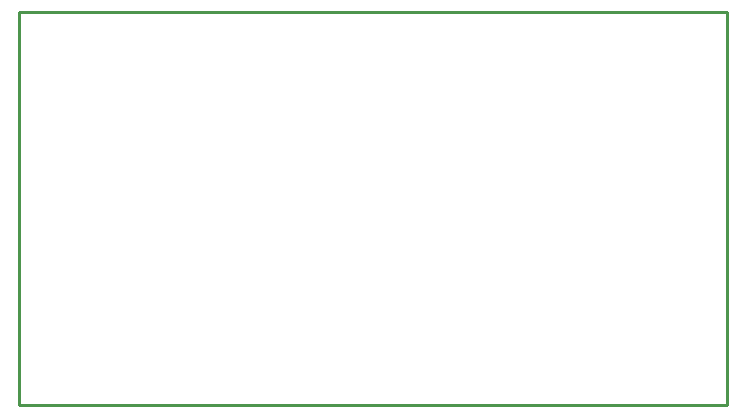
<source format=gbr>
G04 start of page 4 for group 2 idx 2 *
G04 Title: (unknown), outline *
G04 Creator: pcb 20140316 *
G04 CreationDate: Sun 30 Dec 2018 07:46:55 PM GMT UTC *
G04 For: railfan *
G04 Format: Gerber/RS-274X *
G04 PCB-Dimensions (mil): 2360.00 1310.00 *
G04 PCB-Coordinate-Origin: lower left *
%MOIN*%
%FSLAX25Y25*%
%LNOUTLINE*%
%ADD50C,0.0100*%
G54D50*X0Y131000D02*X236000D01*
Y0D01*
X0D01*
Y131000D01*
M02*

</source>
